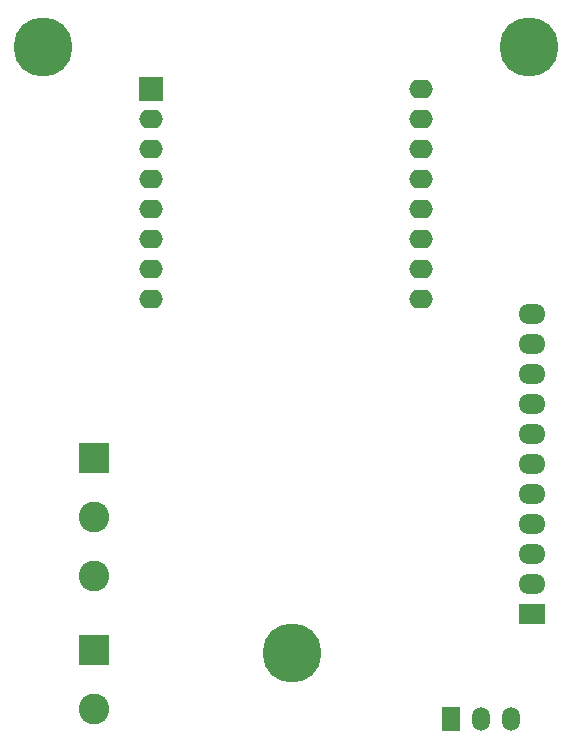
<source format=gbs>
%TF.GenerationSoftware,KiCad,Pcbnew,7.0.9*%
%TF.CreationDate,2023-11-17T16:06:04-08:00*%
%TF.ProjectId,RatGDO-OpenSource-D1Mini-ESP8266-Tubez,52617447-444f-42d4-9f70-656e536f7572,2.5.0*%
%TF.SameCoordinates,Original*%
%TF.FileFunction,Soldermask,Bot*%
%TF.FilePolarity,Negative*%
%FSLAX46Y46*%
G04 Gerber Fmt 4.6, Leading zero omitted, Abs format (unit mm)*
G04 Created by KiCad (PCBNEW 7.0.9) date 2023-11-17 16:06:04*
%MOMM*%
%LPD*%
G01*
G04 APERTURE LIST*
%ADD10C,5.000000*%
%ADD11R,2.000000X2.000000*%
%ADD12O,2.000000X1.600000*%
%ADD13R,1.500000X2.000000*%
%ADD14O,1.500000X2.000000*%
%ADD15R,2.600000X2.600000*%
%ADD16C,2.600000*%
%ADD17R,2.300000X1.700000*%
%ADD18O,2.300000X1.700000*%
G04 APERTURE END LIST*
D10*
%TO.C,REF\u002A\u002A*%
X161544000Y-62484000D03*
%TD*%
%TO.C,REF\u002A\u002A*%
X141478000Y-113792000D03*
%TD*%
%TO.C,REF\u002A\u002A*%
X120396000Y-62484000D03*
%TD*%
D11*
%TO.C,U1*%
X129547500Y-66040000D03*
D12*
X129547500Y-68580000D03*
X129547500Y-71120000D03*
X129547500Y-73660000D03*
X129547500Y-76200000D03*
X129547500Y-78740000D03*
X129547500Y-81280000D03*
X129547500Y-83820000D03*
X152407500Y-83820000D03*
X152407500Y-81280000D03*
X152407500Y-78740000D03*
X152407500Y-76200000D03*
X152407500Y-73660000D03*
X152407500Y-71120000D03*
X152407500Y-68580000D03*
X152407500Y-66040000D03*
%TD*%
D13*
%TO.C,U2*%
X154940000Y-119380000D03*
D14*
X157480000Y-119380000D03*
X160020000Y-119380000D03*
%TD*%
D15*
%TO.C,J1*%
X124714000Y-97282000D03*
D16*
X124714000Y-102282000D03*
X124714000Y-107282000D03*
%TD*%
D17*
%TO.C,J2*%
X161798000Y-110490000D03*
D18*
X161798000Y-107950000D03*
X161798000Y-105410000D03*
X161798000Y-102870000D03*
X161798000Y-100330000D03*
X161798000Y-97790000D03*
X161798000Y-95250000D03*
X161798000Y-92710000D03*
X161798000Y-90170000D03*
X161798000Y-87630000D03*
X161798000Y-85090000D03*
%TD*%
D15*
%TO.C,J3*%
X124714000Y-113538000D03*
D16*
X124714000Y-118538000D03*
%TD*%
M02*

</source>
